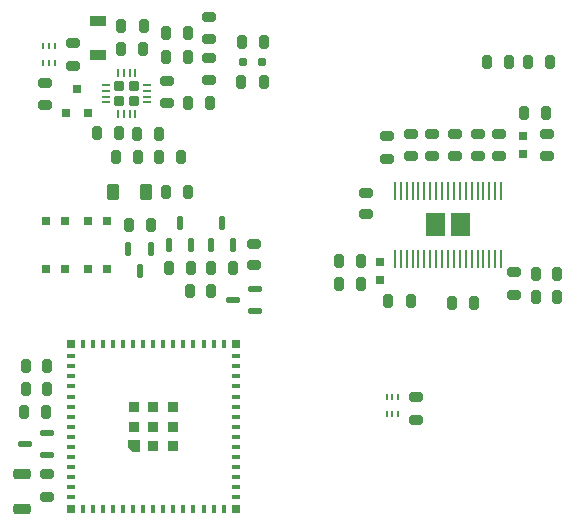
<source format=gbp>
G04 #@! TF.GenerationSoftware,KiCad,Pcbnew,9.0.5*
G04 #@! TF.CreationDate,2025-12-20T13:11:22+01:00*
G04 #@! TF.ProjectId,peak-ignitor-box,7065616b-2d69-4676-9e69-746f722d626f,rev?*
G04 #@! TF.SameCoordinates,Original*
G04 #@! TF.FileFunction,Paste,Bot*
G04 #@! TF.FilePolarity,Positive*
%FSLAX46Y46*%
G04 Gerber Fmt 4.6, Leading zero omitted, Abs format (unit mm)*
G04 Created by KiCad (PCBNEW 9.0.5) date 2025-12-20 13:11:22*
%MOMM*%
%LPD*%
G01*
G04 APERTURE LIST*
G04 Aperture macros list*
%AMRoundRect*
0 Rectangle with rounded corners*
0 $1 Rounding radius*
0 $2 $3 $4 $5 $6 $7 $8 $9 X,Y pos of 4 corners*
0 Add a 4 corners polygon primitive as box body*
4,1,4,$2,$3,$4,$5,$6,$7,$8,$9,$2,$3,0*
0 Add four circle primitives for the rounded corners*
1,1,$1+$1,$2,$3*
1,1,$1+$1,$4,$5*
1,1,$1+$1,$6,$7*
1,1,$1+$1,$8,$9*
0 Add four rect primitives between the rounded corners*
20,1,$1+$1,$2,$3,$4,$5,0*
20,1,$1+$1,$4,$5,$6,$7,0*
20,1,$1+$1,$6,$7,$8,$9,0*
20,1,$1+$1,$8,$9,$2,$3,0*%
%AMFreePoly0*
4,1,6,0.480000,-0.480000,-0.154294,-0.480000,-0.480000,-0.154294,-0.480000,0.480000,0.480000,0.480000,0.480000,-0.480000,0.480000,-0.480000,$1*%
G04 Aperture macros list end*
%ADD10C,0.000000*%
%ADD11RoundRect,0.212500X-0.212500X0.212500X-0.212500X-0.212500X0.212500X-0.212500X0.212500X0.212500X0*%
%ADD12RoundRect,0.050000X-0.050000X0.270000X-0.050000X-0.270000X0.050000X-0.270000X0.050000X0.270000X0*%
%ADD13RoundRect,0.050000X-0.270000X0.050000X-0.270000X-0.050000X0.270000X-0.050000X0.270000X0.050000X0*%
%ADD14RoundRect,0.195000X-0.365000X0.195000X-0.365000X-0.195000X0.365000X-0.195000X0.365000X0.195000X0*%
%ADD15RoundRect,0.195000X0.195000X0.365000X-0.195000X0.365000X-0.195000X-0.365000X0.195000X-0.365000X0*%
%ADD16RoundRect,0.195000X-0.195000X-0.365000X0.195000X-0.365000X0.195000X0.365000X-0.195000X0.365000X0*%
%ADD17RoundRect,0.175000X0.175000X0.205000X-0.175000X0.205000X-0.175000X-0.205000X0.175000X-0.205000X0*%
%ADD18R,0.640000X0.720000*%
%ADD19RoundRect,0.195000X0.365000X-0.195000X0.365000X0.195000X-0.365000X0.195000X-0.365000X-0.195000X0*%
%ADD20RoundRect,0.200000X-0.500000X0.250000X-0.500000X-0.250000X0.500000X-0.250000X0.500000X0.250000X0*%
%ADD21RoundRect,0.200000X0.300000X0.500000X-0.300000X0.500000X-0.300000X-0.500000X0.300000X-0.500000X0*%
%ADD22RoundRect,0.200000X-0.200000X-0.380000X0.200000X-0.380000X0.200000X0.380000X-0.200000X0.380000X0*%
%ADD23RoundRect,0.200000X0.200000X0.380000X-0.200000X0.380000X-0.200000X-0.380000X0.200000X-0.380000X0*%
%ADD24RoundRect,0.120000X0.470000X0.120000X-0.470000X0.120000X-0.470000X-0.120000X0.470000X-0.120000X0*%
%ADD25RoundRect,0.200000X0.360000X-0.210000X0.360000X0.210000X-0.360000X0.210000X-0.360000X-0.210000X0*%
%ADD26RoundRect,0.200000X-0.210000X-0.360000X0.210000X-0.360000X0.210000X0.360000X-0.210000X0.360000X0*%
%ADD27R,0.800000X0.720000*%
%ADD28RoundRect,0.120000X0.120000X-0.470000X0.120000X0.470000X-0.120000X0.470000X-0.120000X-0.470000X0*%
%ADD29RoundRect,0.040000X-0.080000X0.228000X-0.080000X-0.228000X0.080000X-0.228000X0.080000X0.228000X0*%
%ADD30RoundRect,0.200000X-0.380000X0.200000X-0.380000X-0.200000X0.380000X-0.200000X0.380000X0.200000X0*%
%ADD31RoundRect,0.200000X0.380000X-0.200000X0.380000X0.200000X-0.380000X0.200000X-0.380000X-0.200000X0*%
%ADD32RoundRect,0.200000X0.210000X0.360000X-0.210000X0.360000X-0.210000X-0.360000X0.210000X-0.360000X0*%
%ADD33RoundRect,0.200000X-0.520000X0.260000X-0.520000X-0.260000X0.520000X-0.260000X0.520000X0.260000X0*%
%ADD34RoundRect,0.120000X-0.120000X0.470000X-0.120000X-0.470000X0.120000X-0.470000X0.120000X0.470000X0*%
%ADD35R,0.640000X0.320000*%
%ADD36R,0.320000X0.640000*%
%ADD37R,0.960000X0.960000*%
%ADD38FreePoly0,0.000000*%
%ADD39R,0.640000X0.640000*%
%ADD40RoundRect,0.180000X0.200000X-0.180000X0.200000X0.180000X-0.200000X0.180000X-0.200000X-0.180000X0*%
%ADD41RoundRect,0.180000X-0.200000X0.180000X-0.200000X-0.180000X0.200000X-0.180000X0.200000X0.180000X0*%
%ADD42R,0.249979X1.564346*%
G04 APERTURE END LIST*
D10*
G36*
X236209700Y-100481714D02*
G01*
X234580592Y-100481714D01*
X234580592Y-98542902D01*
X236209700Y-98542902D01*
X236209700Y-100481714D01*
G37*
G36*
X238319403Y-100481714D02*
G01*
X236690296Y-100481714D01*
X236690296Y-98542902D01*
X238319403Y-98542902D01*
X238319403Y-100481714D01*
G37*
D11*
X209847500Y-87790000D03*
X208627500Y-87790000D03*
X209847500Y-89010000D03*
X208627500Y-89010000D03*
D12*
X208487500Y-86650000D03*
X208987500Y-86650000D03*
X209487500Y-86650000D03*
X209987500Y-86650000D03*
D13*
X210987500Y-87650000D03*
X210987500Y-88150000D03*
X210987500Y-88650000D03*
X210987500Y-89150000D03*
D12*
X209987500Y-90150000D03*
X209487500Y-90150000D03*
X208987500Y-90150000D03*
X208487500Y-90150000D03*
D13*
X207487500Y-89150000D03*
X207487500Y-88650000D03*
X207487500Y-88150000D03*
X207487500Y-87650000D03*
D14*
X216237500Y-81938000D03*
X216237500Y-83813000D03*
D15*
X210675000Y-82710000D03*
X208800000Y-82710000D03*
X220837500Y-87400000D03*
X218962500Y-87400000D03*
D16*
X212569500Y-83256500D03*
X214444500Y-83256500D03*
D14*
X212681500Y-87350500D03*
X212681500Y-89225500D03*
D16*
X212569500Y-85288500D03*
X214444500Y-85288500D03*
D17*
X220675000Y-85700000D03*
X219100000Y-85700000D03*
D18*
X206000000Y-90035000D03*
X204100000Y-90035000D03*
X205050000Y-88035000D03*
D15*
X208587500Y-91700000D03*
X206712500Y-91700000D03*
D16*
X214462500Y-89200000D03*
X216337500Y-89200000D03*
D19*
X216237500Y-87290500D03*
X216237500Y-85415500D03*
D15*
X220887500Y-84000000D03*
X219012500Y-84000000D03*
D19*
X202355000Y-89397500D03*
X202355000Y-87522500D03*
D20*
X206837500Y-82247500D03*
X206837500Y-85172500D03*
D15*
X210634500Y-84653500D03*
X208759500Y-84653500D03*
X214437500Y-96700000D03*
X212562500Y-96700000D03*
D21*
X210900000Y-96700000D03*
X208100000Y-96700000D03*
D22*
X208300000Y-93800000D03*
X210200000Y-93800000D03*
D23*
X212000000Y-91800000D03*
X210100000Y-91800000D03*
D24*
X202475000Y-117100000D03*
X202475000Y-119000000D03*
X200600000Y-118050000D03*
D25*
X233299999Y-93674808D03*
X233299999Y-91849808D03*
D26*
X227237500Y-104500000D03*
X229062500Y-104500000D03*
D22*
X236750000Y-106100000D03*
X238650000Y-106100000D03*
D27*
X207600000Y-103250000D03*
X207600000Y-99150000D03*
X206000000Y-103250000D03*
X206000000Y-99150000D03*
D28*
X218242500Y-101212500D03*
X216342500Y-101212500D03*
X217292500Y-99337500D03*
D25*
X229500000Y-98625000D03*
X229500000Y-96800000D03*
D29*
X231250000Y-114060000D03*
X231750000Y-114060000D03*
X232250000Y-114060000D03*
X232250000Y-115540000D03*
X231750000Y-115540000D03*
X231250000Y-115540000D03*
D30*
X242037500Y-103550000D03*
X242037500Y-105450000D03*
D31*
X244799999Y-93712308D03*
X244799999Y-91812308D03*
D32*
X245075000Y-85750000D03*
X243250000Y-85750000D03*
D23*
X213850000Y-93800000D03*
X211950000Y-93800000D03*
D32*
X244712499Y-90062308D03*
X242887499Y-90062308D03*
D33*
X200400000Y-120625000D03*
X200400000Y-123575000D03*
D26*
X200687500Y-111500000D03*
X202512500Y-111500000D03*
X216380000Y-103175000D03*
X218205000Y-103175000D03*
D29*
X202200000Y-84360000D03*
X202700000Y-84360000D03*
X203200000Y-84360000D03*
X203200000Y-85840000D03*
X202700000Y-85840000D03*
X202200000Y-85840000D03*
D32*
X245700000Y-105600000D03*
X243875000Y-105600000D03*
D34*
X209392500Y-101525000D03*
X211292500Y-101525000D03*
X210342500Y-103400000D03*
D32*
X245700000Y-103700000D03*
X243875000Y-103700000D03*
D27*
X202400000Y-99150000D03*
X202400000Y-103250000D03*
X204000000Y-99150000D03*
X204000000Y-103250000D03*
D26*
X227237500Y-102600000D03*
X229062500Y-102600000D03*
D25*
X220042500Y-102937500D03*
X220042500Y-101112500D03*
D32*
X202412500Y-115400000D03*
X200587500Y-115400000D03*
D35*
X204500000Y-122550000D03*
X204500000Y-121700000D03*
X204500000Y-120850000D03*
X204500000Y-120000000D03*
X204500000Y-119150000D03*
X204500000Y-118300000D03*
X204500000Y-117450000D03*
X204500000Y-116600000D03*
X204500000Y-115750000D03*
X204500000Y-114900000D03*
X204500000Y-114050000D03*
X204500000Y-113200000D03*
X204500000Y-112350000D03*
X204500000Y-111500000D03*
X204500000Y-110650000D03*
D36*
X205550000Y-109600000D03*
X206400000Y-109600000D03*
X207250000Y-109600000D03*
X208100000Y-109600000D03*
X208950000Y-109600000D03*
X209800000Y-109600000D03*
X210650000Y-109600000D03*
X211500000Y-109600000D03*
X212350000Y-109600000D03*
X213200000Y-109600000D03*
X214050000Y-109600000D03*
X214900000Y-109600000D03*
X215750000Y-109600000D03*
X216600000Y-109600000D03*
X217450000Y-109600000D03*
D35*
X218500000Y-110650000D03*
X218500000Y-111500000D03*
X218500000Y-112350000D03*
X218500000Y-113200000D03*
X218500000Y-114050000D03*
X218500000Y-114900000D03*
X218500000Y-115750000D03*
X218500000Y-116600000D03*
X218500000Y-117450000D03*
X218500000Y-118300000D03*
X218500000Y-119150000D03*
X218500000Y-120000000D03*
X218500000Y-120850000D03*
X218500000Y-121700000D03*
X218500000Y-122550000D03*
D36*
X217450000Y-123600000D03*
X216600000Y-123600000D03*
X215750000Y-123600000D03*
X214900000Y-123600000D03*
X214050000Y-123600000D03*
X213200000Y-123600000D03*
X212350000Y-123600000D03*
X211500000Y-123600000D03*
X210650000Y-123600000D03*
X209800000Y-123600000D03*
X208950000Y-123600000D03*
X208100000Y-123600000D03*
X207250000Y-123600000D03*
X206400000Y-123600000D03*
X205550000Y-123600000D03*
D37*
X209850000Y-114950000D03*
X209850000Y-116600000D03*
D38*
X209850000Y-118250000D03*
D37*
X211500000Y-114950000D03*
X211500000Y-116600000D03*
X211500000Y-118250000D03*
X213150000Y-114950000D03*
X213150000Y-116600000D03*
X213150000Y-118250000D03*
D39*
X204500000Y-123600000D03*
X204500000Y-109600000D03*
X218500000Y-109600000D03*
X218500000Y-123600000D03*
D26*
X209442500Y-99562500D03*
X211267500Y-99562500D03*
D40*
X242799999Y-93537308D03*
X242799999Y-91987308D03*
D31*
X231300000Y-93900000D03*
X231300000Y-92000000D03*
D25*
X236999999Y-93674808D03*
X236999999Y-91849808D03*
D24*
X220142500Y-104950000D03*
X220142500Y-106850000D03*
X218267500Y-105900000D03*
D31*
X240799999Y-93712308D03*
X240799999Y-91812308D03*
D25*
X238949999Y-93674808D03*
X238949999Y-91849808D03*
D32*
X216425000Y-105100000D03*
X214600000Y-105100000D03*
D30*
X202500000Y-120650000D03*
X202500000Y-122550000D03*
D28*
X214692500Y-101242500D03*
X212792500Y-101242500D03*
X213742500Y-99367500D03*
D26*
X200687500Y-113400000D03*
X202512500Y-113400000D03*
D23*
X233300000Y-106000000D03*
X231400000Y-106000000D03*
D31*
X233750000Y-116000000D03*
X233750000Y-114100000D03*
X204700000Y-86050000D03*
X204700000Y-84150000D03*
D25*
X235099999Y-93674808D03*
X235099999Y-91849808D03*
D41*
X230650000Y-102625000D03*
X230650000Y-104175000D03*
D26*
X212830000Y-103205000D03*
X214655000Y-103205000D03*
D42*
X231949998Y-96636924D03*
X232449999Y-96636924D03*
X232949998Y-96636924D03*
X233450000Y-96636924D03*
X233949999Y-96636924D03*
X234449998Y-96636924D03*
X234949999Y-96636924D03*
X235449998Y-96636924D03*
X235950000Y-96636924D03*
X236449999Y-96636924D03*
X236949998Y-96636924D03*
X237450000Y-96636924D03*
X237949999Y-96636924D03*
X238450000Y-96636924D03*
X238949999Y-96636924D03*
X239449998Y-96636924D03*
X239950000Y-96636924D03*
X240449999Y-96636924D03*
X240950000Y-96636924D03*
X240950000Y-102387692D03*
X240449999Y-102387692D03*
X239950000Y-102387692D03*
X239449998Y-102387692D03*
X238949999Y-102387692D03*
X238450000Y-102387692D03*
X237949999Y-102387692D03*
X237450000Y-102387692D03*
X236949998Y-102387692D03*
X236449999Y-102387692D03*
X235950000Y-102387692D03*
X235449998Y-102387692D03*
X234949999Y-102387692D03*
X234449998Y-102387692D03*
X233949999Y-102387692D03*
X233450000Y-102387692D03*
X232949998Y-102387692D03*
X232449999Y-102387692D03*
X231949998Y-102387692D03*
D32*
X241575000Y-85750000D03*
X239750000Y-85750000D03*
M02*

</source>
